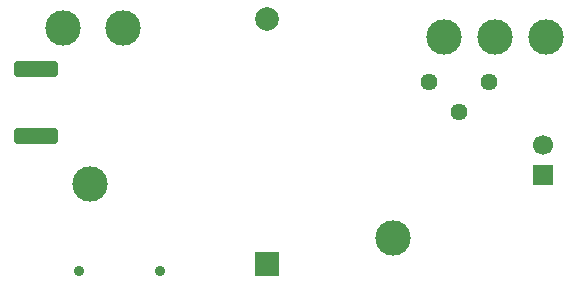
<source format=gbr>
%TF.GenerationSoftware,KiCad,Pcbnew,9.0.5*%
%TF.CreationDate,2025-11-29T16:59:50-06:00*%
%TF.ProjectId,RFIndicator,5246496e-6469-4636-9174-6f722e6b6963,rev?*%
%TF.SameCoordinates,Original*%
%TF.FileFunction,Soldermask,Bot*%
%TF.FilePolarity,Negative*%
%FSLAX46Y46*%
G04 Gerber Fmt 4.6, Leading zero omitted, Abs format (unit mm)*
G04 Created by KiCad (PCBNEW 9.0.5) date 2025-11-29 16:59:50*
%MOMM*%
%LPD*%
G01*
G04 APERTURE LIST*
G04 Aperture macros list*
%AMRoundRect*
0 Rectangle with rounded corners*
0 $1 Rounding radius*
0 $2 $3 $4 $5 $6 $7 $8 $9 X,Y pos of 4 corners*
0 Add a 4 corners polygon primitive as box body*
4,1,4,$2,$3,$4,$5,$6,$7,$8,$9,$2,$3,0*
0 Add four circle primitives for the rounded corners*
1,1,$1+$1,$2,$3*
1,1,$1+$1,$4,$5*
1,1,$1+$1,$6,$7*
1,1,$1+$1,$8,$9*
0 Add four rect primitives between the rounded corners*
20,1,$1+$1,$2,$3,$4,$5,0*
20,1,$1+$1,$4,$5,$6,$7,0*
20,1,$1+$1,$6,$7,$8,$9,0*
20,1,$1+$1,$8,$9,$2,$3,0*%
G04 Aperture macros list end*
%ADD10R,1.700000X1.700000*%
%ADD11C,1.700000*%
%ADD12C,1.440000*%
%ADD13C,3.000000*%
%ADD14C,0.900000*%
%ADD15RoundRect,0.250000X-1.600000X0.425000X-1.600000X-0.425000X1.600000X-0.425000X1.600000X0.425000X0*%
%ADD16R,2.000000X2.000000*%
%ADD17C,2.000000*%
G04 APERTURE END LIST*
D10*
%TO.C,J2*%
X99060000Y-114051000D03*
D11*
X99060000Y-111511000D03*
%TD*%
D12*
%TO.C,RV1*%
X94488000Y-106212000D03*
X91948000Y-108752000D03*
X89408000Y-106212000D03*
%TD*%
D13*
%TO.C,TP5*%
X99314000Y-102362000D03*
%TD*%
%TO.C,TP4*%
X90678000Y-102362000D03*
%TD*%
%TO.C,TP6*%
X94996000Y-102362000D03*
%TD*%
%TO.C,TP7*%
X58420000Y-101600000D03*
%TD*%
%TO.C,TP3*%
X86360000Y-119380000D03*
%TD*%
%TO.C,TP2*%
X63500000Y-101600000D03*
%TD*%
%TO.C,TP1*%
X60706000Y-114808000D03*
%TD*%
D14*
%TO.C,SW1*%
X59846000Y-122174000D03*
X66646000Y-122174000D03*
%TD*%
D15*
%TO.C,J1*%
X56130000Y-105125000D03*
X56130000Y-110775000D03*
%TD*%
D16*
%TO.C,BT1*%
X75692000Y-121638000D03*
D17*
X75692000Y-100838000D03*
%TD*%
M02*

</source>
